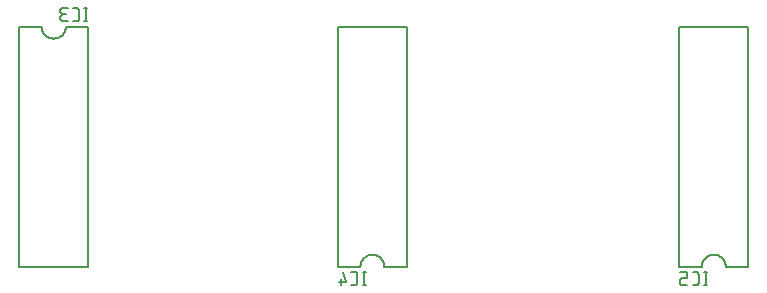
<source format=gbr>
G04 EAGLE Gerber RS-274X export*
G75*
%MOMM*%
%FSLAX34Y34*%
%LPD*%
%INSilkscreen Bottom*%
%IPPOS*%
%AMOC8*
5,1,8,0,0,1.08239X$1,22.5*%
G01*
%ADD10C,0.152400*%
%ADD11C,0.127000*%


D10*
X688340Y514350D02*
X688340Y717550D01*
X746760Y717550D02*
X746760Y514350D01*
X688340Y514350D01*
X688340Y717550D02*
X707390Y717550D01*
X727710Y717550D02*
X746760Y717550D01*
X727710Y717550D02*
X727707Y717303D01*
X727698Y717055D01*
X727683Y716808D01*
X727662Y716562D01*
X727635Y716316D01*
X727602Y716071D01*
X727563Y715826D01*
X727518Y715583D01*
X727467Y715341D01*
X727410Y715100D01*
X727348Y714861D01*
X727279Y714623D01*
X727205Y714387D01*
X727125Y714153D01*
X727040Y713921D01*
X726948Y713691D01*
X726852Y713463D01*
X726749Y713238D01*
X726642Y713015D01*
X726528Y712795D01*
X726410Y712578D01*
X726286Y712363D01*
X726157Y712152D01*
X726023Y711944D01*
X725884Y711739D01*
X725740Y711538D01*
X725592Y711340D01*
X725438Y711146D01*
X725280Y710956D01*
X725117Y710770D01*
X724950Y710588D01*
X724778Y710410D01*
X724602Y710236D01*
X724422Y710066D01*
X724237Y709901D01*
X724049Y709741D01*
X723857Y709585D01*
X723661Y709433D01*
X723462Y709287D01*
X723259Y709145D01*
X723052Y709009D01*
X722843Y708877D01*
X722630Y708751D01*
X722414Y708630D01*
X722196Y708514D01*
X721974Y708404D01*
X721750Y708299D01*
X721524Y708199D01*
X721295Y708105D01*
X721064Y708017D01*
X720830Y707934D01*
X720595Y707857D01*
X720358Y707786D01*
X720120Y707720D01*
X719880Y707661D01*
X719638Y707607D01*
X719395Y707559D01*
X719152Y707517D01*
X718907Y707481D01*
X718661Y707451D01*
X718415Y707427D01*
X718168Y707409D01*
X717921Y707397D01*
X717674Y707391D01*
X717426Y707391D01*
X717179Y707397D01*
X716932Y707409D01*
X716685Y707427D01*
X716439Y707451D01*
X716193Y707481D01*
X715948Y707517D01*
X715705Y707559D01*
X715462Y707607D01*
X715220Y707661D01*
X714980Y707720D01*
X714742Y707786D01*
X714505Y707857D01*
X714270Y707934D01*
X714036Y708017D01*
X713805Y708105D01*
X713576Y708199D01*
X713350Y708299D01*
X713126Y708404D01*
X712904Y708514D01*
X712686Y708630D01*
X712470Y708751D01*
X712257Y708877D01*
X712048Y709009D01*
X711841Y709145D01*
X711638Y709287D01*
X711439Y709433D01*
X711243Y709585D01*
X711051Y709741D01*
X710863Y709901D01*
X710678Y710066D01*
X710498Y710236D01*
X710322Y710410D01*
X710150Y710588D01*
X709983Y710770D01*
X709820Y710956D01*
X709662Y711146D01*
X709508Y711340D01*
X709360Y711538D01*
X709216Y711739D01*
X709077Y711944D01*
X708943Y712152D01*
X708814Y712363D01*
X708690Y712578D01*
X708572Y712795D01*
X708458Y713015D01*
X708351Y713238D01*
X708248Y713463D01*
X708152Y713691D01*
X708060Y713921D01*
X707975Y714153D01*
X707895Y714387D01*
X707821Y714623D01*
X707752Y714861D01*
X707690Y715100D01*
X707633Y715341D01*
X707582Y715583D01*
X707537Y715826D01*
X707498Y716071D01*
X707465Y716316D01*
X707438Y716562D01*
X707417Y716808D01*
X707402Y717055D01*
X707393Y717303D01*
X707390Y717550D01*
D11*
X744855Y721995D02*
X744855Y733425D01*
X746125Y721995D02*
X743585Y721995D01*
X743585Y733425D02*
X746125Y733425D01*
X736383Y721995D02*
X733843Y721995D01*
X736383Y721995D02*
X736483Y721997D01*
X736582Y722003D01*
X736682Y722013D01*
X736780Y722026D01*
X736879Y722044D01*
X736976Y722065D01*
X737072Y722090D01*
X737168Y722119D01*
X737262Y722152D01*
X737355Y722188D01*
X737446Y722228D01*
X737536Y722272D01*
X737624Y722319D01*
X737710Y722369D01*
X737794Y722423D01*
X737876Y722480D01*
X737955Y722540D01*
X738033Y722604D01*
X738107Y722670D01*
X738179Y722739D01*
X738248Y722811D01*
X738314Y722885D01*
X738378Y722963D01*
X738438Y723042D01*
X738495Y723124D01*
X738549Y723208D01*
X738599Y723294D01*
X738646Y723382D01*
X738690Y723472D01*
X738730Y723563D01*
X738766Y723656D01*
X738799Y723750D01*
X738828Y723846D01*
X738853Y723942D01*
X738874Y724039D01*
X738892Y724138D01*
X738905Y724236D01*
X738915Y724336D01*
X738921Y724435D01*
X738923Y724535D01*
X738923Y730885D01*
X738921Y730985D01*
X738915Y731084D01*
X738905Y731184D01*
X738892Y731282D01*
X738874Y731381D01*
X738853Y731478D01*
X738828Y731574D01*
X738799Y731670D01*
X738766Y731764D01*
X738730Y731857D01*
X738690Y731948D01*
X738646Y732038D01*
X738599Y732126D01*
X738549Y732212D01*
X738495Y732296D01*
X738438Y732378D01*
X738378Y732457D01*
X738314Y732535D01*
X738248Y732609D01*
X738179Y732681D01*
X738107Y732750D01*
X738033Y732816D01*
X737955Y732880D01*
X737876Y732940D01*
X737794Y732997D01*
X737710Y733051D01*
X737624Y733101D01*
X737536Y733148D01*
X737446Y733192D01*
X737355Y733232D01*
X737262Y733268D01*
X737168Y733301D01*
X737072Y733330D01*
X736976Y733355D01*
X736879Y733376D01*
X736780Y733394D01*
X736682Y733407D01*
X736582Y733417D01*
X736483Y733423D01*
X736383Y733425D01*
X733843Y733425D01*
X729361Y721995D02*
X726186Y721995D01*
X726075Y721997D01*
X725965Y722003D01*
X725854Y722012D01*
X725744Y722026D01*
X725635Y722043D01*
X725526Y722064D01*
X725418Y722089D01*
X725311Y722118D01*
X725205Y722150D01*
X725100Y722186D01*
X724997Y722226D01*
X724895Y722269D01*
X724794Y722316D01*
X724695Y722367D01*
X724599Y722420D01*
X724504Y722477D01*
X724411Y722538D01*
X724320Y722601D01*
X724231Y722668D01*
X724145Y722738D01*
X724062Y722811D01*
X723980Y722886D01*
X723902Y722964D01*
X723827Y723046D01*
X723754Y723129D01*
X723684Y723215D01*
X723617Y723304D01*
X723554Y723395D01*
X723493Y723488D01*
X723436Y723583D01*
X723383Y723679D01*
X723332Y723778D01*
X723285Y723879D01*
X723242Y723981D01*
X723202Y724084D01*
X723166Y724189D01*
X723134Y724295D01*
X723105Y724402D01*
X723080Y724510D01*
X723059Y724619D01*
X723042Y724728D01*
X723028Y724838D01*
X723019Y724949D01*
X723013Y725059D01*
X723011Y725170D01*
X723013Y725281D01*
X723019Y725391D01*
X723028Y725502D01*
X723042Y725612D01*
X723059Y725721D01*
X723080Y725830D01*
X723105Y725938D01*
X723134Y726045D01*
X723166Y726151D01*
X723202Y726256D01*
X723242Y726359D01*
X723285Y726461D01*
X723332Y726562D01*
X723383Y726661D01*
X723436Y726758D01*
X723493Y726852D01*
X723554Y726945D01*
X723617Y727036D01*
X723684Y727125D01*
X723754Y727211D01*
X723827Y727294D01*
X723902Y727376D01*
X723980Y727454D01*
X724062Y727529D01*
X724145Y727602D01*
X724231Y727672D01*
X724320Y727739D01*
X724411Y727802D01*
X724504Y727863D01*
X724599Y727920D01*
X724695Y727973D01*
X724794Y728024D01*
X724895Y728071D01*
X724997Y728114D01*
X725100Y728154D01*
X725205Y728190D01*
X725311Y728222D01*
X725418Y728251D01*
X725526Y728276D01*
X725635Y728297D01*
X725744Y728314D01*
X725854Y728328D01*
X725965Y728337D01*
X726075Y728343D01*
X726186Y728345D01*
X725551Y733425D02*
X729361Y733425D01*
X725551Y733425D02*
X725451Y733423D01*
X725352Y733417D01*
X725252Y733407D01*
X725154Y733394D01*
X725055Y733376D01*
X724958Y733355D01*
X724862Y733330D01*
X724766Y733301D01*
X724672Y733268D01*
X724579Y733232D01*
X724488Y733192D01*
X724398Y733148D01*
X724310Y733101D01*
X724224Y733051D01*
X724140Y732997D01*
X724058Y732940D01*
X723979Y732880D01*
X723901Y732816D01*
X723827Y732750D01*
X723755Y732681D01*
X723686Y732609D01*
X723620Y732535D01*
X723556Y732457D01*
X723496Y732378D01*
X723439Y732296D01*
X723385Y732212D01*
X723335Y732126D01*
X723288Y732038D01*
X723244Y731948D01*
X723204Y731857D01*
X723168Y731764D01*
X723135Y731670D01*
X723106Y731574D01*
X723081Y731478D01*
X723060Y731381D01*
X723042Y731282D01*
X723029Y731184D01*
X723019Y731084D01*
X723013Y730985D01*
X723011Y730885D01*
X723013Y730785D01*
X723019Y730686D01*
X723029Y730586D01*
X723042Y730488D01*
X723060Y730389D01*
X723081Y730292D01*
X723106Y730196D01*
X723135Y730100D01*
X723168Y730006D01*
X723204Y729913D01*
X723244Y729822D01*
X723288Y729732D01*
X723335Y729644D01*
X723385Y729558D01*
X723439Y729474D01*
X723496Y729392D01*
X723556Y729313D01*
X723620Y729235D01*
X723686Y729161D01*
X723755Y729089D01*
X723827Y729020D01*
X723901Y728954D01*
X723979Y728890D01*
X724058Y728830D01*
X724140Y728773D01*
X724224Y728719D01*
X724310Y728669D01*
X724398Y728622D01*
X724488Y728578D01*
X724579Y728538D01*
X724672Y728502D01*
X724766Y728469D01*
X724862Y728440D01*
X724958Y728415D01*
X725055Y728394D01*
X725154Y728376D01*
X725252Y728363D01*
X725352Y728353D01*
X725451Y728347D01*
X725551Y728345D01*
X728091Y728345D01*
D10*
X1016635Y717550D02*
X1016635Y514350D01*
X958215Y514350D02*
X958215Y717550D01*
X1016635Y717550D01*
X1016635Y514350D02*
X997585Y514350D01*
X977265Y514350D02*
X958215Y514350D01*
X977265Y514350D02*
X977268Y514597D01*
X977277Y514845D01*
X977292Y515092D01*
X977313Y515338D01*
X977340Y515584D01*
X977373Y515829D01*
X977412Y516074D01*
X977457Y516317D01*
X977508Y516559D01*
X977565Y516800D01*
X977627Y517039D01*
X977696Y517277D01*
X977770Y517513D01*
X977850Y517747D01*
X977935Y517979D01*
X978027Y518209D01*
X978123Y518437D01*
X978226Y518662D01*
X978333Y518885D01*
X978447Y519105D01*
X978565Y519322D01*
X978689Y519537D01*
X978818Y519748D01*
X978952Y519956D01*
X979091Y520161D01*
X979235Y520362D01*
X979383Y520560D01*
X979537Y520754D01*
X979695Y520944D01*
X979858Y521130D01*
X980025Y521312D01*
X980197Y521490D01*
X980373Y521664D01*
X980553Y521834D01*
X980738Y521999D01*
X980926Y522159D01*
X981118Y522315D01*
X981314Y522467D01*
X981513Y522613D01*
X981716Y522755D01*
X981923Y522891D01*
X982132Y523023D01*
X982345Y523149D01*
X982561Y523270D01*
X982779Y523386D01*
X983001Y523496D01*
X983225Y523601D01*
X983451Y523701D01*
X983680Y523795D01*
X983911Y523883D01*
X984145Y523966D01*
X984380Y524043D01*
X984617Y524114D01*
X984855Y524180D01*
X985095Y524239D01*
X985337Y524293D01*
X985580Y524341D01*
X985823Y524383D01*
X986068Y524419D01*
X986314Y524449D01*
X986560Y524473D01*
X986807Y524491D01*
X987054Y524503D01*
X987301Y524509D01*
X987549Y524509D01*
X987796Y524503D01*
X988043Y524491D01*
X988290Y524473D01*
X988536Y524449D01*
X988782Y524419D01*
X989027Y524383D01*
X989270Y524341D01*
X989513Y524293D01*
X989755Y524239D01*
X989995Y524180D01*
X990233Y524114D01*
X990470Y524043D01*
X990705Y523966D01*
X990939Y523883D01*
X991170Y523795D01*
X991399Y523701D01*
X991625Y523601D01*
X991849Y523496D01*
X992071Y523386D01*
X992289Y523270D01*
X992505Y523149D01*
X992718Y523023D01*
X992927Y522891D01*
X993134Y522755D01*
X993337Y522613D01*
X993536Y522467D01*
X993732Y522315D01*
X993924Y522159D01*
X994112Y521999D01*
X994297Y521834D01*
X994477Y521664D01*
X994653Y521490D01*
X994825Y521312D01*
X994992Y521130D01*
X995155Y520944D01*
X995313Y520754D01*
X995467Y520560D01*
X995615Y520362D01*
X995759Y520161D01*
X995898Y519956D01*
X996032Y519748D01*
X996161Y519537D01*
X996285Y519322D01*
X996403Y519105D01*
X996517Y518885D01*
X996624Y518662D01*
X996727Y518437D01*
X996823Y518209D01*
X996915Y517979D01*
X997000Y517747D01*
X997080Y517513D01*
X997154Y517277D01*
X997223Y517039D01*
X997285Y516800D01*
X997342Y516559D01*
X997393Y516317D01*
X997438Y516074D01*
X997477Y515829D01*
X997510Y515584D01*
X997537Y515338D01*
X997558Y515092D01*
X997573Y514845D01*
X997582Y514597D01*
X997585Y514350D01*
D11*
X980694Y509905D02*
X980694Y498475D01*
X981964Y498475D02*
X979424Y498475D01*
X979424Y509905D02*
X981964Y509905D01*
X972222Y498475D02*
X969682Y498475D01*
X972222Y498475D02*
X972322Y498477D01*
X972421Y498483D01*
X972521Y498493D01*
X972619Y498506D01*
X972718Y498524D01*
X972815Y498545D01*
X972911Y498570D01*
X973007Y498599D01*
X973101Y498632D01*
X973194Y498668D01*
X973285Y498708D01*
X973375Y498752D01*
X973463Y498799D01*
X973549Y498849D01*
X973633Y498903D01*
X973715Y498960D01*
X973794Y499020D01*
X973872Y499084D01*
X973946Y499150D01*
X974018Y499219D01*
X974087Y499291D01*
X974153Y499365D01*
X974217Y499443D01*
X974277Y499522D01*
X974334Y499604D01*
X974388Y499688D01*
X974438Y499774D01*
X974485Y499862D01*
X974529Y499952D01*
X974569Y500043D01*
X974605Y500136D01*
X974638Y500230D01*
X974667Y500326D01*
X974692Y500422D01*
X974713Y500519D01*
X974731Y500618D01*
X974744Y500716D01*
X974754Y500816D01*
X974760Y500915D01*
X974762Y501015D01*
X974762Y507365D01*
X974760Y507465D01*
X974754Y507564D01*
X974744Y507664D01*
X974731Y507762D01*
X974713Y507861D01*
X974692Y507958D01*
X974667Y508054D01*
X974638Y508150D01*
X974605Y508244D01*
X974569Y508337D01*
X974529Y508428D01*
X974485Y508518D01*
X974438Y508606D01*
X974388Y508692D01*
X974334Y508776D01*
X974277Y508858D01*
X974217Y508937D01*
X974153Y509015D01*
X974087Y509089D01*
X974018Y509161D01*
X973946Y509230D01*
X973872Y509296D01*
X973794Y509360D01*
X973715Y509420D01*
X973633Y509477D01*
X973549Y509531D01*
X973463Y509581D01*
X973375Y509628D01*
X973285Y509672D01*
X973194Y509712D01*
X973101Y509748D01*
X973007Y509781D01*
X972911Y509810D01*
X972815Y509835D01*
X972718Y509856D01*
X972619Y509874D01*
X972521Y509887D01*
X972421Y509897D01*
X972322Y509903D01*
X972222Y509905D01*
X969682Y509905D01*
X962660Y509905D02*
X965200Y501015D01*
X958850Y501015D01*
X960755Y503555D02*
X960755Y498475D01*
D10*
X1305560Y514350D02*
X1305560Y717550D01*
X1247140Y717550D02*
X1247140Y514350D01*
X1247140Y717550D02*
X1305560Y717550D01*
X1305560Y514350D02*
X1286510Y514350D01*
X1266190Y514350D02*
X1247140Y514350D01*
X1266190Y514350D02*
X1266193Y514597D01*
X1266202Y514845D01*
X1266217Y515092D01*
X1266238Y515338D01*
X1266265Y515584D01*
X1266298Y515829D01*
X1266337Y516074D01*
X1266382Y516317D01*
X1266433Y516559D01*
X1266490Y516800D01*
X1266552Y517039D01*
X1266621Y517277D01*
X1266695Y517513D01*
X1266775Y517747D01*
X1266860Y517979D01*
X1266952Y518209D01*
X1267048Y518437D01*
X1267151Y518662D01*
X1267258Y518885D01*
X1267372Y519105D01*
X1267490Y519322D01*
X1267614Y519537D01*
X1267743Y519748D01*
X1267877Y519956D01*
X1268016Y520161D01*
X1268160Y520362D01*
X1268308Y520560D01*
X1268462Y520754D01*
X1268620Y520944D01*
X1268783Y521130D01*
X1268950Y521312D01*
X1269122Y521490D01*
X1269298Y521664D01*
X1269478Y521834D01*
X1269663Y521999D01*
X1269851Y522159D01*
X1270043Y522315D01*
X1270239Y522467D01*
X1270438Y522613D01*
X1270641Y522755D01*
X1270848Y522891D01*
X1271057Y523023D01*
X1271270Y523149D01*
X1271486Y523270D01*
X1271704Y523386D01*
X1271926Y523496D01*
X1272150Y523601D01*
X1272376Y523701D01*
X1272605Y523795D01*
X1272836Y523883D01*
X1273070Y523966D01*
X1273305Y524043D01*
X1273542Y524114D01*
X1273780Y524180D01*
X1274020Y524239D01*
X1274262Y524293D01*
X1274505Y524341D01*
X1274748Y524383D01*
X1274993Y524419D01*
X1275239Y524449D01*
X1275485Y524473D01*
X1275732Y524491D01*
X1275979Y524503D01*
X1276226Y524509D01*
X1276474Y524509D01*
X1276721Y524503D01*
X1276968Y524491D01*
X1277215Y524473D01*
X1277461Y524449D01*
X1277707Y524419D01*
X1277952Y524383D01*
X1278195Y524341D01*
X1278438Y524293D01*
X1278680Y524239D01*
X1278920Y524180D01*
X1279158Y524114D01*
X1279395Y524043D01*
X1279630Y523966D01*
X1279864Y523883D01*
X1280095Y523795D01*
X1280324Y523701D01*
X1280550Y523601D01*
X1280774Y523496D01*
X1280996Y523386D01*
X1281214Y523270D01*
X1281430Y523149D01*
X1281643Y523023D01*
X1281852Y522891D01*
X1282059Y522755D01*
X1282262Y522613D01*
X1282461Y522467D01*
X1282657Y522315D01*
X1282849Y522159D01*
X1283037Y521999D01*
X1283222Y521834D01*
X1283402Y521664D01*
X1283578Y521490D01*
X1283750Y521312D01*
X1283917Y521130D01*
X1284080Y520944D01*
X1284238Y520754D01*
X1284392Y520560D01*
X1284540Y520362D01*
X1284684Y520161D01*
X1284823Y519956D01*
X1284957Y519748D01*
X1285086Y519537D01*
X1285210Y519322D01*
X1285328Y519105D01*
X1285442Y518885D01*
X1285549Y518662D01*
X1285652Y518437D01*
X1285748Y518209D01*
X1285840Y517979D01*
X1285925Y517747D01*
X1286005Y517513D01*
X1286079Y517277D01*
X1286148Y517039D01*
X1286210Y516800D01*
X1286267Y516559D01*
X1286318Y516317D01*
X1286363Y516074D01*
X1286402Y515829D01*
X1286435Y515584D01*
X1286462Y515338D01*
X1286483Y515092D01*
X1286498Y514845D01*
X1286507Y514597D01*
X1286510Y514350D01*
D11*
X1269619Y509905D02*
X1269619Y498475D01*
X1270889Y498475D02*
X1268349Y498475D01*
X1268349Y509905D02*
X1270889Y509905D01*
X1261147Y498475D02*
X1258607Y498475D01*
X1261147Y498475D02*
X1261247Y498477D01*
X1261346Y498483D01*
X1261446Y498493D01*
X1261544Y498506D01*
X1261643Y498524D01*
X1261740Y498545D01*
X1261836Y498570D01*
X1261932Y498599D01*
X1262026Y498632D01*
X1262119Y498668D01*
X1262210Y498708D01*
X1262300Y498752D01*
X1262388Y498799D01*
X1262474Y498849D01*
X1262558Y498903D01*
X1262640Y498960D01*
X1262719Y499020D01*
X1262797Y499084D01*
X1262871Y499150D01*
X1262943Y499219D01*
X1263012Y499291D01*
X1263078Y499365D01*
X1263142Y499443D01*
X1263202Y499522D01*
X1263259Y499604D01*
X1263313Y499688D01*
X1263363Y499774D01*
X1263410Y499862D01*
X1263454Y499952D01*
X1263494Y500043D01*
X1263530Y500136D01*
X1263563Y500230D01*
X1263592Y500326D01*
X1263617Y500422D01*
X1263638Y500519D01*
X1263656Y500618D01*
X1263669Y500716D01*
X1263679Y500816D01*
X1263685Y500915D01*
X1263687Y501015D01*
X1263687Y507365D01*
X1263685Y507465D01*
X1263679Y507564D01*
X1263669Y507664D01*
X1263656Y507762D01*
X1263638Y507861D01*
X1263617Y507958D01*
X1263592Y508054D01*
X1263563Y508150D01*
X1263530Y508244D01*
X1263494Y508337D01*
X1263454Y508428D01*
X1263410Y508518D01*
X1263363Y508606D01*
X1263313Y508692D01*
X1263259Y508776D01*
X1263202Y508858D01*
X1263142Y508937D01*
X1263078Y509015D01*
X1263012Y509089D01*
X1262943Y509161D01*
X1262871Y509230D01*
X1262797Y509296D01*
X1262719Y509360D01*
X1262640Y509420D01*
X1262558Y509477D01*
X1262474Y509531D01*
X1262388Y509581D01*
X1262300Y509628D01*
X1262210Y509672D01*
X1262119Y509712D01*
X1262026Y509748D01*
X1261932Y509781D01*
X1261836Y509810D01*
X1261740Y509835D01*
X1261643Y509856D01*
X1261544Y509874D01*
X1261446Y509887D01*
X1261346Y509897D01*
X1261247Y509903D01*
X1261147Y509905D01*
X1258607Y509905D01*
X1254125Y498475D02*
X1250315Y498475D01*
X1250215Y498477D01*
X1250116Y498483D01*
X1250016Y498493D01*
X1249918Y498506D01*
X1249819Y498524D01*
X1249722Y498545D01*
X1249626Y498570D01*
X1249530Y498599D01*
X1249436Y498632D01*
X1249343Y498668D01*
X1249252Y498708D01*
X1249162Y498752D01*
X1249074Y498799D01*
X1248988Y498849D01*
X1248904Y498903D01*
X1248822Y498960D01*
X1248743Y499020D01*
X1248665Y499084D01*
X1248591Y499150D01*
X1248519Y499219D01*
X1248450Y499291D01*
X1248384Y499365D01*
X1248320Y499443D01*
X1248260Y499522D01*
X1248203Y499604D01*
X1248149Y499688D01*
X1248099Y499774D01*
X1248052Y499862D01*
X1248008Y499952D01*
X1247968Y500043D01*
X1247932Y500136D01*
X1247899Y500230D01*
X1247870Y500326D01*
X1247845Y500422D01*
X1247824Y500519D01*
X1247806Y500618D01*
X1247793Y500716D01*
X1247783Y500816D01*
X1247777Y500915D01*
X1247775Y501015D01*
X1247775Y502285D01*
X1247777Y502385D01*
X1247783Y502484D01*
X1247793Y502584D01*
X1247806Y502682D01*
X1247824Y502781D01*
X1247845Y502878D01*
X1247870Y502974D01*
X1247899Y503070D01*
X1247932Y503164D01*
X1247968Y503257D01*
X1248008Y503348D01*
X1248052Y503438D01*
X1248099Y503526D01*
X1248149Y503612D01*
X1248203Y503696D01*
X1248260Y503778D01*
X1248320Y503857D01*
X1248384Y503935D01*
X1248450Y504009D01*
X1248519Y504081D01*
X1248591Y504150D01*
X1248665Y504216D01*
X1248743Y504280D01*
X1248822Y504340D01*
X1248904Y504397D01*
X1248988Y504451D01*
X1249074Y504501D01*
X1249162Y504548D01*
X1249252Y504592D01*
X1249343Y504632D01*
X1249436Y504668D01*
X1249530Y504701D01*
X1249626Y504730D01*
X1249722Y504755D01*
X1249819Y504776D01*
X1249918Y504794D01*
X1250016Y504807D01*
X1250116Y504817D01*
X1250215Y504823D01*
X1250315Y504825D01*
X1254125Y504825D01*
X1254125Y509905D01*
X1247775Y509905D01*
M02*

</source>
